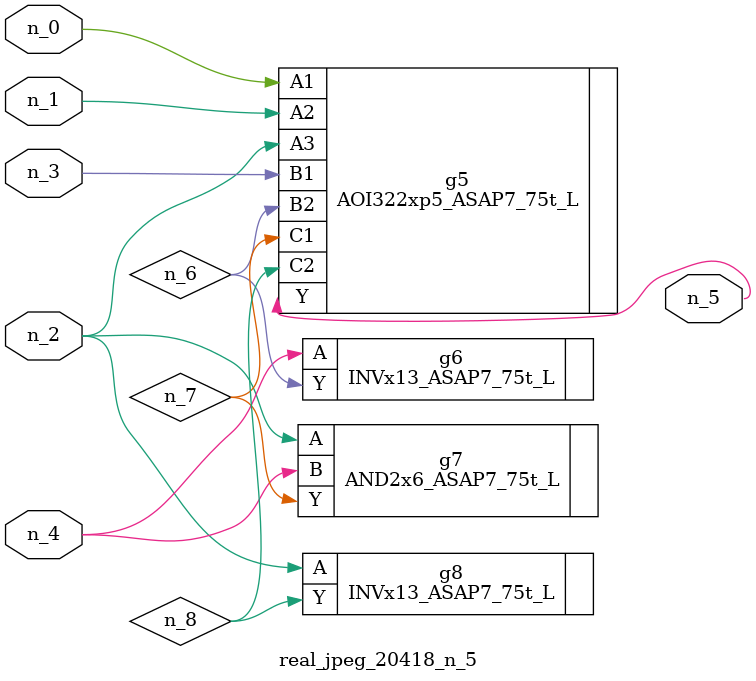
<source format=v>
module real_jpeg_20418_n_5 (n_4, n_0, n_1, n_2, n_3, n_5);

input n_4;
input n_0;
input n_1;
input n_2;
input n_3;

output n_5;

wire n_8;
wire n_6;
wire n_7;

AOI322xp5_ASAP7_75t_L g5 ( 
.A1(n_0),
.A2(n_1),
.A3(n_2),
.B1(n_3),
.B2(n_6),
.C1(n_7),
.C2(n_8),
.Y(n_5)
);

AND2x6_ASAP7_75t_L g7 ( 
.A(n_2),
.B(n_4),
.Y(n_7)
);

INVx13_ASAP7_75t_L g8 ( 
.A(n_2),
.Y(n_8)
);

INVx13_ASAP7_75t_L g6 ( 
.A(n_4),
.Y(n_6)
);


endmodule
</source>
